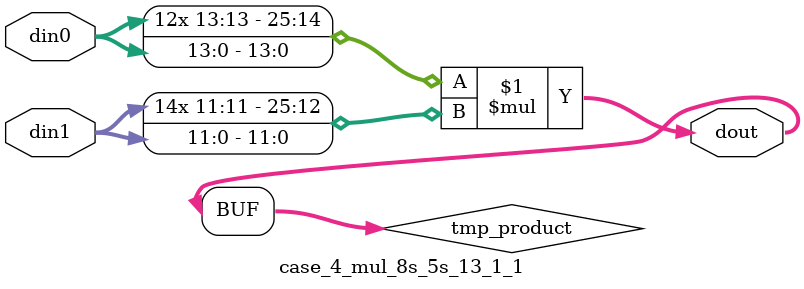
<source format=v>

`timescale 1 ns / 1 ps

 (* use_dsp = "no" *)  module case_4_mul_8s_5s_13_1_1(din0, din1, dout);
parameter ID = 1;
parameter NUM_STAGE = 0;
parameter din0_WIDTH = 14;
parameter din1_WIDTH = 12;
parameter dout_WIDTH = 26;

input [din0_WIDTH - 1 : 0] din0; 
input [din1_WIDTH - 1 : 0] din1; 
output [dout_WIDTH - 1 : 0] dout;

wire signed [dout_WIDTH - 1 : 0] tmp_product;



























assign tmp_product = $signed(din0) * $signed(din1);








assign dout = tmp_product;





















endmodule

</source>
